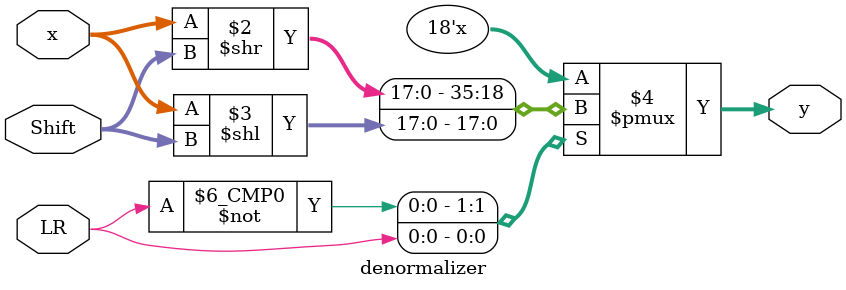
<source format=sv>
module denormalizer (input logic [17:0]x, output logic [17:0]y, input logic [3:0] Shift ,input logic LR);

always_comb begin
case(LR)
1'b0: y = x >> Shift;
1'b1: y = x << Shift;

endcase

end

endmodule

</source>
